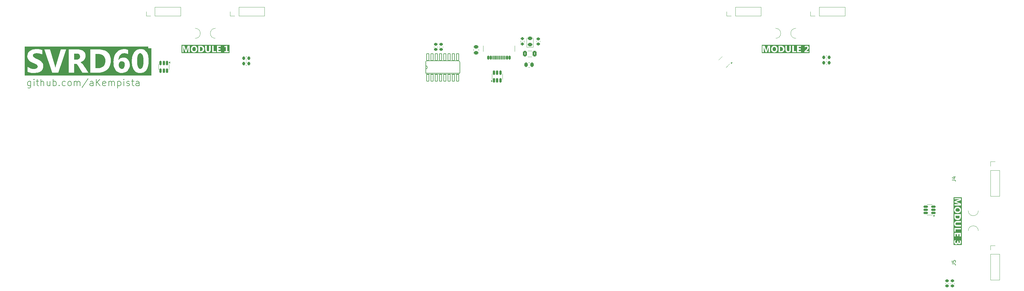
<source format=gto>
G04 #@! TF.GenerationSoftware,KiCad,Pcbnew,8.0.4*
G04 #@! TF.CreationDate,2025-02-27T13:51:43-05:00*
G04 #@! TF.ProjectId,CustomKeyboard,43757374-6f6d-44b6-9579-626f6172642e,rev?*
G04 #@! TF.SameCoordinates,Original*
G04 #@! TF.FileFunction,Legend,Top*
G04 #@! TF.FilePolarity,Positive*
%FSLAX46Y46*%
G04 Gerber Fmt 4.6, Leading zero omitted, Abs format (unit mm)*
G04 Created by KiCad (PCBNEW 8.0.4) date 2025-02-27 13:51:43*
%MOMM*%
%LPD*%
G01*
G04 APERTURE LIST*
G04 Aperture macros list*
%AMRoundRect*
0 Rectangle with rounded corners*
0 $1 Rounding radius*
0 $2 $3 $4 $5 $6 $7 $8 $9 X,Y pos of 4 corners*
0 Add a 4 corners polygon primitive as box body*
4,1,4,$2,$3,$4,$5,$6,$7,$8,$9,$2,$3,0*
0 Add four circle primitives for the rounded corners*
1,1,$1+$1,$2,$3*
1,1,$1+$1,$4,$5*
1,1,$1+$1,$6,$7*
1,1,$1+$1,$8,$9*
0 Add four rect primitives between the rounded corners*
20,1,$1+$1,$2,$3,$4,$5,0*
20,1,$1+$1,$4,$5,$6,$7,0*
20,1,$1+$1,$6,$7,$8,$9,0*
20,1,$1+$1,$8,$9,$2,$3,0*%
G04 Aperture macros list end*
%ADD10C,0.200000*%
%ADD11C,0.150000*%
%ADD12C,0.120000*%
%ADD13C,0.152400*%
%ADD14C,0.050800*%
%ADD15C,0.100000*%
%ADD16R,3.000000X1.500000*%
%ADD17R,1.500000X3.000000*%
%ADD18RoundRect,0.150000X-0.150000X0.512500X-0.150000X-0.512500X0.150000X-0.512500X0.150000X0.512500X0*%
%ADD19RoundRect,0.150000X0.512500X0.150000X-0.512500X0.150000X-0.512500X-0.150000X0.512500X-0.150000X0*%
%ADD20RoundRect,0.150000X0.256326X0.468458X-0.468458X-0.256326X-0.256326X-0.468458X0.468458X0.256326X0*%
%ADD21RoundRect,0.250000X-0.375000X-0.625000X0.375000X-0.625000X0.375000X0.625000X-0.375000X0.625000X0*%
%ADD22O,1.700000X1.700000*%
%ADD23R,1.700000X1.700000*%
%ADD24RoundRect,0.225000X0.250000X-0.225000X0.250000X0.225000X-0.250000X0.225000X-0.250000X-0.225000X0*%
%ADD25RoundRect,0.200000X-0.275000X0.200000X-0.275000X-0.200000X0.275000X-0.200000X0.275000X0.200000X0*%
%ADD26RoundRect,0.102000X-0.330200X-1.016000X0.330200X-1.016000X0.330200X1.016000X-0.330200X1.016000X0*%
%ADD27C,3.048000*%
%ADD28C,3.987800*%
%ADD29C,0.500000*%
%ADD30O,1.000000X1.800000*%
%ADD31O,1.000000X2.100000*%
%ADD32RoundRect,0.150000X0.150000X0.425000X-0.150000X0.425000X-0.150000X-0.425000X0.150000X-0.425000X0*%
%ADD33RoundRect,0.075000X0.075000X0.500000X-0.075000X0.500000X-0.075000X-0.500000X0.075000X-0.500000X0*%
%ADD34C,0.650000*%
%ADD35RoundRect,0.250000X-0.450000X0.262500X-0.450000X-0.262500X0.450000X-0.262500X0.450000X0.262500X0*%
%ADD36RoundRect,0.225000X-0.250000X0.225000X-0.250000X-0.225000X0.250000X-0.225000X0.250000X0.225000X0*%
%ADD37RoundRect,0.225000X-0.225000X-0.250000X0.225000X-0.250000X0.225000X0.250000X-0.225000X0.250000X0*%
%ADD38RoundRect,0.150000X0.150000X-0.512500X0.150000X0.512500X-0.150000X0.512500X-0.150000X-0.512500X0*%
%ADD39RoundRect,0.243750X0.456250X-0.243750X0.456250X0.243750X-0.456250X0.243750X-0.456250X-0.243750X0*%
%ADD40RoundRect,0.250000X0.262500X0.450000X-0.262500X0.450000X-0.262500X-0.450000X0.262500X-0.450000X0*%
%ADD41C,3.300000*%
%ADD42C,1.750000*%
G04 APERTURE END LIST*
D10*
G36*
X276213280Y-48145066D02*
G01*
X276308565Y-48177306D01*
X276391822Y-48231039D01*
X276463049Y-48306266D01*
X276507373Y-48375389D01*
X276547495Y-48468230D01*
X276575134Y-48574208D01*
X276588889Y-48675502D01*
X276593475Y-48786448D01*
X276591368Y-48858438D01*
X276580309Y-48958868D01*
X276555424Y-49064575D01*
X276517637Y-49157941D01*
X276458653Y-49249532D01*
X276385532Y-49322408D01*
X276300505Y-49374462D01*
X276203572Y-49405695D01*
X276094731Y-49416106D01*
X275988699Y-49405389D01*
X275893353Y-49373241D01*
X275808692Y-49319660D01*
X275734717Y-49244647D01*
X275688068Y-49175856D01*
X275645843Y-49084705D01*
X275616755Y-48981819D01*
X275602278Y-48884292D01*
X275597452Y-48778143D01*
X275600804Y-48690106D01*
X275613672Y-48591829D01*
X275640884Y-48487330D01*
X275681232Y-48393771D01*
X275734717Y-48311151D01*
X275743390Y-48300272D01*
X275819579Y-48225671D01*
X275907857Y-48173174D01*
X276008226Y-48142781D01*
X276105966Y-48134319D01*
X276213280Y-48145066D01*
G37*
G36*
X278125638Y-48169434D02*
G01*
X278223595Y-48184226D01*
X278326200Y-48215505D01*
X278416230Y-48261884D01*
X278493684Y-48323363D01*
X278540687Y-48375391D01*
X278593106Y-48457887D01*
X278629911Y-48551650D01*
X278651102Y-48656680D01*
X278656838Y-48755673D01*
X278652831Y-48843672D01*
X278637444Y-48941400D01*
X278604906Y-49044563D01*
X278556661Y-49136038D01*
X278492707Y-49215826D01*
X278438375Y-49264518D01*
X278352092Y-49318821D01*
X278253888Y-49356948D01*
X278143762Y-49378901D01*
X278039881Y-49384842D01*
X277820062Y-49384842D01*
X277820062Y-48165582D01*
X278036950Y-48165582D01*
X278125638Y-48169434D01*
G37*
G36*
X286617651Y-50013485D02*
G01*
X272352969Y-50013485D01*
X272352969Y-49760000D01*
X272575191Y-49760000D01*
X272975261Y-49760000D01*
X272975261Y-48670676D01*
X272974626Y-48585737D01*
X272972278Y-48480303D01*
X272968201Y-48368044D01*
X272963330Y-48266390D01*
X272957187Y-48159720D01*
X272969399Y-48159720D01*
X272984529Y-48236811D01*
X273006158Y-48339117D01*
X273031437Y-48434738D01*
X273501360Y-49760000D01*
X273863817Y-49760000D01*
X274325436Y-48421060D01*
X274343200Y-48361116D01*
X274366281Y-48263113D01*
X274386985Y-48159720D01*
X274398220Y-48159720D01*
X274397228Y-48174122D01*
X274391168Y-48272744D01*
X274386130Y-48380760D01*
X274383107Y-48483770D01*
X274382100Y-48581772D01*
X274382100Y-49760000D01*
X274820272Y-49760000D01*
X274820272Y-48800614D01*
X275130460Y-48800614D01*
X275134620Y-48908294D01*
X275147099Y-49010785D01*
X275167898Y-49108085D01*
X275205596Y-49222411D01*
X275256293Y-49328628D01*
X275319989Y-49426736D01*
X275396685Y-49516734D01*
X275465813Y-49581076D01*
X275559114Y-49649440D01*
X275660072Y-49704400D01*
X275768686Y-49745955D01*
X275884957Y-49774105D01*
X275983486Y-49786973D01*
X276086915Y-49791263D01*
X276192909Y-49786836D01*
X276293758Y-49773555D01*
X276389463Y-49751420D01*
X276501860Y-49711302D01*
X276606219Y-49657349D01*
X276702540Y-49589562D01*
X276790823Y-49507941D01*
X276823534Y-49471764D01*
X276888833Y-49384842D01*
X277376029Y-49384842D01*
X277376029Y-49760000D01*
X278074075Y-49760000D01*
X278190289Y-49755710D01*
X278300549Y-49742841D01*
X278404856Y-49721394D01*
X278503210Y-49691367D01*
X278595610Y-49652762D01*
X278682056Y-49605577D01*
X278762550Y-49549813D01*
X278837090Y-49485471D01*
X278871812Y-49450370D01*
X278948818Y-49356291D01*
X279011822Y-49253173D01*
X279052145Y-49164169D01*
X279083508Y-49069380D01*
X279105909Y-48968805D01*
X279111299Y-48926154D01*
X279415945Y-48926154D01*
X279419080Y-49030914D01*
X279435539Y-49175380D01*
X279466106Y-49304639D01*
X279510781Y-49418692D01*
X279569564Y-49517537D01*
X279642455Y-49601175D01*
X279729454Y-49669607D01*
X279830560Y-49722831D01*
X279945775Y-49760849D01*
X280075097Y-49783659D01*
X280218527Y-49791263D01*
X280269407Y-49790397D01*
X280412357Y-49777417D01*
X280490679Y-49760000D01*
X281463677Y-49760000D01*
X282637020Y-49760000D01*
X282893963Y-49760000D01*
X284075610Y-49760000D01*
X284075610Y-49406824D01*
X285079448Y-49406824D01*
X285079448Y-49760000D01*
X286376378Y-49760000D01*
X286376378Y-49384842D01*
X285576727Y-49384842D01*
X285576727Y-49376538D01*
X285982170Y-49016524D01*
X286007595Y-48993862D01*
X286101224Y-48903653D01*
X286181938Y-48814145D01*
X286249739Y-48725340D01*
X286304625Y-48637237D01*
X286355071Y-48528096D01*
X286385339Y-48420052D01*
X286395429Y-48313105D01*
X286394765Y-48281702D01*
X286381982Y-48178256D01*
X286352930Y-48084860D01*
X286299808Y-47990430D01*
X286225436Y-47909127D01*
X286157217Y-47858162D01*
X286065865Y-47812031D01*
X285961844Y-47780251D01*
X285862600Y-47764434D01*
X285754047Y-47759162D01*
X285713943Y-47759746D01*
X285596724Y-47768504D01*
X285484141Y-47787773D01*
X285376196Y-47817551D01*
X285272887Y-47857840D01*
X285174214Y-47908639D01*
X285174214Y-48290635D01*
X285261999Y-48226887D01*
X285351329Y-48176329D01*
X285442204Y-48138960D01*
X285550179Y-48112032D01*
X285660258Y-48103056D01*
X285695690Y-48104098D01*
X285801701Y-48124153D01*
X285888568Y-48178330D01*
X285938859Y-48265845D01*
X285952861Y-48369769D01*
X285951167Y-48407035D01*
X285928407Y-48508335D01*
X285883496Y-48598381D01*
X285859350Y-48633533D01*
X285796248Y-48711424D01*
X285722570Y-48790172D01*
X285643649Y-48867048D01*
X285079448Y-49406824D01*
X284075610Y-49406824D01*
X284075610Y-49384842D01*
X283337997Y-49384842D01*
X283337997Y-48947159D01*
X283982309Y-48947159D01*
X283982309Y-48572002D01*
X283337997Y-48572002D01*
X283337997Y-48165582D01*
X284030181Y-48165582D01*
X284030181Y-47790425D01*
X282893963Y-47790425D01*
X282893963Y-49760000D01*
X282637020Y-49760000D01*
X282637020Y-49384842D01*
X281907711Y-49384842D01*
X281907711Y-47790425D01*
X281463677Y-47790425D01*
X281463677Y-49760000D01*
X280490679Y-49760000D01*
X280540769Y-49748861D01*
X280654644Y-49704728D01*
X280753981Y-49645019D01*
X280838782Y-49569734D01*
X280909045Y-49478873D01*
X280964771Y-49372436D01*
X281005960Y-49250422D01*
X281032611Y-49112832D01*
X281042303Y-49012452D01*
X281045533Y-48905150D01*
X281045533Y-47790425D01*
X280601988Y-47790425D01*
X280601988Y-48953021D01*
X280601630Y-48981512D01*
X280593032Y-49086429D01*
X280566163Y-49197226D01*
X280521381Y-49285411D01*
X280443998Y-49361386D01*
X280340821Y-49404800D01*
X280235136Y-49416106D01*
X280189884Y-49414234D01*
X280089527Y-49393175D01*
X279993185Y-49337018D01*
X279923118Y-49247167D01*
X279884800Y-49146553D01*
X279867283Y-49049215D01*
X279861444Y-48936901D01*
X279861444Y-47790425D01*
X279415945Y-47790425D01*
X279415945Y-48926154D01*
X279111299Y-48926154D01*
X279119350Y-48862445D01*
X279123831Y-48750300D01*
X279122805Y-48691245D01*
X279114604Y-48578760D01*
X279098202Y-48473773D01*
X279073598Y-48376286D01*
X279021315Y-48244116D01*
X278950580Y-48128818D01*
X278861392Y-48030394D01*
X278753751Y-47948842D01*
X278627657Y-47884163D01*
X278533343Y-47850417D01*
X278430828Y-47824171D01*
X278320111Y-47805423D01*
X278201194Y-47794175D01*
X278074075Y-47790425D01*
X277376029Y-47790425D01*
X277376029Y-49384842D01*
X276888833Y-49384842D01*
X276896080Y-49375195D01*
X276955435Y-49269873D01*
X276993422Y-49179312D01*
X277022968Y-49083149D01*
X277044072Y-48981384D01*
X277056735Y-48874016D01*
X277060956Y-48761046D01*
X277056887Y-48651068D01*
X277044683Y-48546571D01*
X277024342Y-48447553D01*
X276987474Y-48331487D01*
X276937893Y-48223985D01*
X276875600Y-48125045D01*
X276800593Y-48034668D01*
X276732976Y-47970096D01*
X276641349Y-47901489D01*
X276541827Y-47846334D01*
X276434410Y-47804631D01*
X276319098Y-47776381D01*
X276221165Y-47763467D01*
X276118178Y-47759162D01*
X276009307Y-47763658D01*
X275905931Y-47777144D01*
X275808051Y-47799622D01*
X275693428Y-47840364D01*
X275587393Y-47895154D01*
X275489944Y-47963993D01*
X275401081Y-48046880D01*
X275368311Y-48083541D01*
X275295634Y-48181289D01*
X275236171Y-48287742D01*
X275198115Y-48379173D01*
X275168516Y-48476175D01*
X275147374Y-48578750D01*
X275134689Y-48686896D01*
X275131296Y-48778143D01*
X275130460Y-48800614D01*
X274820272Y-48800614D01*
X274820272Y-47790425D01*
X274186706Y-47790425D01*
X273784193Y-48954975D01*
X273756445Y-49043226D01*
X273729620Y-49141405D01*
X273706036Y-49239274D01*
X273697732Y-49239274D01*
X273681465Y-49151136D01*
X273657731Y-49054406D01*
X273627878Y-48957906D01*
X273225366Y-47790425D01*
X272575191Y-47790425D01*
X272575191Y-49760000D01*
X272352969Y-49760000D01*
X272352969Y-47536940D01*
X286617651Y-47536940D01*
X286617651Y-50013485D01*
G37*
G36*
X331334417Y-98686950D02*
G01*
X331330565Y-98775638D01*
X331315773Y-98873595D01*
X331284494Y-98976200D01*
X331238115Y-99066230D01*
X331176636Y-99143684D01*
X331124608Y-99190687D01*
X331042112Y-99243106D01*
X330948349Y-99279911D01*
X330843319Y-99301102D01*
X330744326Y-99306838D01*
X330656327Y-99302831D01*
X330558599Y-99287444D01*
X330455436Y-99254906D01*
X330363961Y-99206661D01*
X330284173Y-99142707D01*
X330235481Y-99088375D01*
X330181178Y-99002092D01*
X330143051Y-98903888D01*
X330121098Y-98793762D01*
X330115157Y-98689881D01*
X330115157Y-98470062D01*
X331334417Y-98470062D01*
X331334417Y-98686950D01*
G37*
G36*
X330809893Y-96250804D02*
G01*
X330908170Y-96263672D01*
X331012669Y-96290884D01*
X331106228Y-96331232D01*
X331188848Y-96384717D01*
X331199727Y-96393390D01*
X331274328Y-96469579D01*
X331326825Y-96557857D01*
X331357218Y-96658226D01*
X331365680Y-96755966D01*
X331354933Y-96863280D01*
X331322693Y-96958565D01*
X331268960Y-97041822D01*
X331193733Y-97113049D01*
X331124610Y-97157373D01*
X331031769Y-97197495D01*
X330925791Y-97225134D01*
X330824497Y-97238889D01*
X330713551Y-97243475D01*
X330641561Y-97241368D01*
X330541131Y-97230309D01*
X330435424Y-97205424D01*
X330342058Y-97167637D01*
X330250467Y-97108653D01*
X330177591Y-97035532D01*
X330125537Y-96950505D01*
X330094304Y-96853572D01*
X330083893Y-96744731D01*
X330094610Y-96638699D01*
X330126758Y-96543353D01*
X330180339Y-96458692D01*
X330255352Y-96384717D01*
X330324143Y-96338068D01*
X330415294Y-96295843D01*
X330518180Y-96266755D01*
X330615707Y-96252278D01*
X330721856Y-96247452D01*
X330809893Y-96250804D01*
G37*
G36*
X331963059Y-107259346D02*
G01*
X329486514Y-107259346D01*
X329486514Y-106277041D01*
X329708736Y-106277041D01*
X329710153Y-106342454D01*
X329718811Y-106445446D01*
X329739591Y-106559088D01*
X329771705Y-106661876D01*
X329815154Y-106753810D01*
X329869937Y-106834891D01*
X329923279Y-106893152D01*
X330007415Y-106958127D01*
X330102584Y-107003748D01*
X330208785Y-107030015D01*
X330308597Y-107037124D01*
X330331331Y-107036651D01*
X330438244Y-107020088D01*
X330533899Y-106979865D01*
X330618297Y-106915980D01*
X330662054Y-106867643D01*
X330714553Y-106783545D01*
X330751287Y-106685537D01*
X330770704Y-106586741D01*
X330777543Y-106586741D01*
X330783867Y-106610813D01*
X330823842Y-106719714D01*
X330877748Y-106809509D01*
X330945582Y-106880198D01*
X331045371Y-106939807D01*
X331143850Y-106968465D01*
X331256259Y-106978018D01*
X331358902Y-106967485D01*
X331451409Y-106935886D01*
X331533780Y-106883221D01*
X331606015Y-106809490D01*
X331651833Y-106741753D01*
X331693307Y-106650788D01*
X331721878Y-106546967D01*
X331736097Y-106447745D01*
X331740837Y-106339078D01*
X331739173Y-106271148D01*
X331728254Y-106157413D01*
X331707143Y-106050223D01*
X331675841Y-105949578D01*
X331634347Y-105855478D01*
X331271891Y-105855478D01*
X331326601Y-105949694D01*
X331365680Y-106045254D01*
X331389127Y-106142158D01*
X331396943Y-106240404D01*
X331386074Y-106355559D01*
X331347033Y-106452531D01*
X331269173Y-106517467D01*
X331169797Y-106535938D01*
X331087623Y-106522406D01*
X331004504Y-106462261D01*
X330956569Y-106370164D01*
X330933900Y-106261903D01*
X330927997Y-106151011D01*
X330927997Y-105987369D01*
X330584103Y-105987369D01*
X330584103Y-106164689D01*
X330584035Y-106177123D01*
X330577281Y-106281515D01*
X330556816Y-106381645D01*
X330514249Y-106479762D01*
X330495985Y-106506667D01*
X330417512Y-106572584D01*
X330316413Y-106594556D01*
X330301056Y-106594194D01*
X330199504Y-106568362D01*
X330121995Y-106501744D01*
X330088464Y-106443741D01*
X330060827Y-106348372D01*
X330052630Y-106242847D01*
X330055073Y-106177932D01*
X330071101Y-106069289D01*
X330102090Y-105966957D01*
X330148038Y-105870937D01*
X330208946Y-105781228D01*
X329812295Y-105781228D01*
X329777102Y-105856853D01*
X329745245Y-105955198D01*
X329723299Y-106064435D01*
X329712377Y-106166736D01*
X329708736Y-106277041D01*
X329486514Y-106277041D01*
X329486514Y-104725610D01*
X329740000Y-104725610D01*
X330115157Y-104725610D01*
X330115157Y-103987997D01*
X330552840Y-103987997D01*
X330552840Y-104632309D01*
X330927997Y-104632309D01*
X330927997Y-103987997D01*
X331334417Y-103987997D01*
X331334417Y-104680181D01*
X331709574Y-104680181D01*
X331709574Y-103543963D01*
X329740000Y-103543963D01*
X329740000Y-104725610D01*
X329486514Y-104725610D01*
X329486514Y-103287020D01*
X329740000Y-103287020D01*
X330115157Y-103287020D01*
X330115157Y-102557711D01*
X331709574Y-102557711D01*
X331709574Y-102113677D01*
X329740000Y-102113677D01*
X329740000Y-103287020D01*
X329486514Y-103287020D01*
X329486514Y-100868527D01*
X329708736Y-100868527D01*
X329709602Y-100919407D01*
X329722582Y-101062357D01*
X329751138Y-101190769D01*
X329795271Y-101304644D01*
X329854980Y-101403981D01*
X329930265Y-101488782D01*
X330021126Y-101559045D01*
X330127563Y-101614771D01*
X330249577Y-101655960D01*
X330387167Y-101682611D01*
X330487547Y-101692303D01*
X330594849Y-101695533D01*
X331709574Y-101695533D01*
X331709574Y-101251988D01*
X330546978Y-101251988D01*
X330518487Y-101251630D01*
X330413570Y-101243032D01*
X330302773Y-101216163D01*
X330214588Y-101171381D01*
X330138613Y-101093998D01*
X330095199Y-100990821D01*
X330083893Y-100885136D01*
X330085765Y-100839884D01*
X330106824Y-100739527D01*
X330162981Y-100643185D01*
X330252832Y-100573118D01*
X330353446Y-100534800D01*
X330450784Y-100517283D01*
X330563098Y-100511444D01*
X331709574Y-100511444D01*
X331709574Y-100065945D01*
X330573845Y-100065945D01*
X330469085Y-100069080D01*
X330324619Y-100085539D01*
X330195360Y-100116106D01*
X330081307Y-100160781D01*
X329982462Y-100219564D01*
X329898824Y-100292455D01*
X329830392Y-100379454D01*
X329777168Y-100480560D01*
X329739150Y-100595775D01*
X329716340Y-100725097D01*
X329708736Y-100868527D01*
X329486514Y-100868527D01*
X329486514Y-98689881D01*
X329740000Y-98689881D01*
X329740000Y-98724075D01*
X329744289Y-98840289D01*
X329757158Y-98950549D01*
X329778605Y-99054856D01*
X329808632Y-99153210D01*
X329847237Y-99245610D01*
X329894422Y-99332056D01*
X329950186Y-99412550D01*
X330014528Y-99487090D01*
X330049629Y-99521812D01*
X330143708Y-99598818D01*
X330246826Y-99661822D01*
X330335830Y-99702145D01*
X330430619Y-99733508D01*
X330531194Y-99755909D01*
X330637554Y-99769350D01*
X330749699Y-99773831D01*
X330808754Y-99772805D01*
X330921239Y-99764604D01*
X331026226Y-99748202D01*
X331123713Y-99723598D01*
X331255883Y-99671315D01*
X331371181Y-99600580D01*
X331469605Y-99511392D01*
X331551157Y-99403751D01*
X331615836Y-99277657D01*
X331649582Y-99183343D01*
X331675828Y-99080828D01*
X331694576Y-98970111D01*
X331705824Y-98851194D01*
X331709574Y-98724075D01*
X331709574Y-98026029D01*
X329740000Y-98026029D01*
X329740000Y-98689881D01*
X329486514Y-98689881D01*
X329486514Y-96736915D01*
X329708736Y-96736915D01*
X329709062Y-96744731D01*
X329713163Y-96842909D01*
X329726444Y-96943758D01*
X329748579Y-97039463D01*
X329788697Y-97151860D01*
X329842650Y-97256219D01*
X329910437Y-97352540D01*
X329992058Y-97440823D01*
X330028235Y-97473534D01*
X330124804Y-97546080D01*
X330230126Y-97605435D01*
X330320687Y-97643422D01*
X330416850Y-97672968D01*
X330518615Y-97694072D01*
X330625983Y-97706735D01*
X330738953Y-97710956D01*
X330848931Y-97706887D01*
X330953428Y-97694683D01*
X331052446Y-97674342D01*
X331168512Y-97637474D01*
X331276014Y-97587893D01*
X331374954Y-97525600D01*
X331465331Y-97450593D01*
X331529903Y-97382976D01*
X331598510Y-97291349D01*
X331653665Y-97191827D01*
X331695368Y-97084410D01*
X331723618Y-96969098D01*
X331736532Y-96871165D01*
X331740837Y-96768178D01*
X331736341Y-96659307D01*
X331722855Y-96555931D01*
X331700377Y-96458051D01*
X331659635Y-96343428D01*
X331604845Y-96237393D01*
X331536006Y-96139944D01*
X331453119Y-96051081D01*
X331416458Y-96018311D01*
X331318710Y-95945634D01*
X331212257Y-95886171D01*
X331120826Y-95848115D01*
X331023824Y-95818516D01*
X330921250Y-95797374D01*
X330813103Y-95784689D01*
X330699385Y-95780460D01*
X330591705Y-95784620D01*
X330489214Y-95797099D01*
X330391914Y-95817898D01*
X330277588Y-95855596D01*
X330171371Y-95906293D01*
X330073263Y-95969989D01*
X329983265Y-96046685D01*
X329918923Y-96115813D01*
X329850559Y-96209114D01*
X329795599Y-96310072D01*
X329754044Y-96418686D01*
X329725894Y-96534957D01*
X329713026Y-96633486D01*
X329708736Y-96736915D01*
X329486514Y-96736915D01*
X329486514Y-93625261D01*
X329740000Y-93625261D01*
X330829323Y-93625261D01*
X330914262Y-93624626D01*
X331019696Y-93622278D01*
X331131955Y-93618201D01*
X331233609Y-93613330D01*
X331340279Y-93607187D01*
X331340279Y-93619399D01*
X331263188Y-93634529D01*
X331160882Y-93656158D01*
X331065261Y-93681437D01*
X329740000Y-94151360D01*
X329740000Y-94513817D01*
X331078939Y-94975436D01*
X331138883Y-94993200D01*
X331236886Y-95016281D01*
X331340279Y-95036985D01*
X331340279Y-95048220D01*
X331325877Y-95047228D01*
X331227255Y-95041168D01*
X331119239Y-95036130D01*
X331016229Y-95033107D01*
X330918227Y-95032100D01*
X329740000Y-95032100D01*
X329740000Y-95470272D01*
X331709574Y-95470272D01*
X331709574Y-94836706D01*
X330545024Y-94434193D01*
X330456773Y-94406445D01*
X330358594Y-94379620D01*
X330260725Y-94356036D01*
X330260725Y-94347732D01*
X330348863Y-94331465D01*
X330445593Y-94307731D01*
X330542093Y-94277878D01*
X331709574Y-93875366D01*
X331709574Y-93225191D01*
X329740000Y-93225191D01*
X329740000Y-93625261D01*
X329486514Y-93625261D01*
X329486514Y-93002969D01*
X331963059Y-93002969D01*
X331963059Y-107259346D01*
G37*
G36*
X81743602Y-52427858D02*
G01*
X82098899Y-52551090D01*
X82340501Y-52815159D01*
X82458637Y-53161749D01*
X82490614Y-53544648D01*
X82481958Y-53733283D01*
X82412715Y-54069079D01*
X82244417Y-54390950D01*
X82213215Y-54430286D01*
X81938327Y-54644416D01*
X81591311Y-54715793D01*
X81514230Y-54712607D01*
X81172548Y-54601109D01*
X80919399Y-54353336D01*
X80821471Y-54186896D01*
X80703416Y-53840025D01*
X80668073Y-53476260D01*
X80670252Y-53390844D01*
X80738039Y-53030778D01*
X80915980Y-52715444D01*
X80931639Y-52697141D01*
X81227150Y-52483322D01*
X81581053Y-52417956D01*
X81743602Y-52427858D01*
G37*
G36*
X87499026Y-50123271D02*
G01*
X87737048Y-50398961D01*
X87885812Y-50755059D01*
X87972366Y-51122644D01*
X88030068Y-51563747D01*
X88054411Y-51942820D01*
X88062526Y-52363245D01*
X88054246Y-52783671D01*
X88029407Y-53162744D01*
X87970529Y-53603846D01*
X87882212Y-53971432D01*
X87730418Y-54327530D01*
X87487547Y-54603219D01*
X87120481Y-54715793D01*
X86744088Y-54606574D01*
X86495046Y-54339099D01*
X86339395Y-53993611D01*
X86248835Y-53636979D01*
X86188461Y-53209019D01*
X86162991Y-52841242D01*
X86154501Y-52433343D01*
X86155462Y-52284294D01*
X86169888Y-51865536D01*
X86201624Y-51489363D01*
X86270867Y-51054044D01*
X86370884Y-50694433D01*
X86539183Y-50351383D01*
X86804614Y-50095869D01*
X87139288Y-50010698D01*
X87499026Y-50123271D01*
G37*
G36*
X68196928Y-50123545D02*
G01*
X68589028Y-50189497D01*
X68910318Y-50367653D01*
X69096328Y-50655444D01*
X69148115Y-50997195D01*
X69145411Y-51074547D01*
X69050743Y-51425695D01*
X68840369Y-51699882D01*
X68719976Y-51795171D01*
X68385295Y-51940843D01*
X68038520Y-51980273D01*
X67364898Y-51980273D01*
X67364898Y-50120119D01*
X68065875Y-50120119D01*
X68196928Y-50123545D01*
G37*
G36*
X74828692Y-50243022D02*
G01*
X75171540Y-50294794D01*
X75530659Y-50404270D01*
X75845763Y-50566596D01*
X76116852Y-50781773D01*
X76281361Y-50963871D01*
X76464830Y-51252608D01*
X76593648Y-51580779D01*
X76667816Y-51948383D01*
X76687892Y-52294857D01*
X76673867Y-52602854D01*
X76620012Y-52944901D01*
X76506130Y-53305971D01*
X76337270Y-53626136D01*
X76113433Y-53905395D01*
X75923270Y-54075814D01*
X75621280Y-54265874D01*
X75277565Y-54399321D01*
X74892126Y-54476154D01*
X74528541Y-54496951D01*
X73759176Y-54496951D01*
X73759176Y-50229540D01*
X74518283Y-50229540D01*
X74828692Y-50243022D01*
G37*
G36*
X90389292Y-56697199D02*
G01*
X52665034Y-56697199D01*
X52665034Y-50850161D01*
X53442812Y-50850161D01*
X53452496Y-51059524D01*
X53518733Y-51411764D01*
X53647722Y-51732358D01*
X53839462Y-52021305D01*
X54095036Y-52281702D01*
X54376709Y-52493411D01*
X54709673Y-52686527D01*
X55043091Y-52840252D01*
X55312836Y-52952965D01*
X55634647Y-53094997D01*
X55799172Y-53174004D01*
X56108234Y-53354871D01*
X56180242Y-53405782D01*
X56422819Y-53647230D01*
X56443596Y-53677113D01*
X56539078Y-54006267D01*
X56467271Y-54288368D01*
X56248429Y-54512338D01*
X56210549Y-54535633D01*
X55882554Y-54662792D01*
X55723413Y-54692967D01*
X55371353Y-54715793D01*
X55059266Y-54699764D01*
X54718285Y-54645107D01*
X54379727Y-54551661D01*
X54080964Y-54433051D01*
X53768137Y-54265554D01*
X53471877Y-54059268D01*
X53471877Y-55546707D01*
X53693310Y-55644094D01*
X54022213Y-55750804D01*
X54357501Y-55825388D01*
X54716592Y-55878924D01*
X55088612Y-55910238D01*
X55438032Y-55919421D01*
X55777834Y-55909070D01*
X56139276Y-55873770D01*
X56487787Y-55813420D01*
X56699563Y-55761166D01*
X57035199Y-55640752D01*
X57359734Y-55466351D01*
X57495255Y-55370140D01*
X57750942Y-55126217D01*
X57954710Y-54833762D01*
X58079304Y-54542772D01*
X58152180Y-54208145D01*
X58173551Y-53866072D01*
X58173430Y-53840101D01*
X58142349Y-53474978D01*
X58048743Y-53136030D01*
X57907317Y-52856509D01*
X57687997Y-52576958D01*
X57673159Y-52561622D01*
X57410773Y-52330332D01*
X57122086Y-52137565D01*
X57017417Y-52077200D01*
X56702138Y-51913950D01*
X56380076Y-51769980D01*
X56161769Y-51677576D01*
X55836392Y-51528912D01*
X55721094Y-51469714D01*
X55427773Y-51289554D01*
X55407123Y-51274113D01*
X55167899Y-51029679D01*
X55077285Y-50720224D01*
X55159351Y-50429575D01*
X55390160Y-50207314D01*
X55428388Y-50184473D01*
X55754326Y-50061989D01*
X55894708Y-50034941D01*
X56236461Y-50010698D01*
X56296844Y-50011366D01*
X56641660Y-50038054D01*
X56735908Y-50050664D01*
X57072505Y-50118409D01*
X57166845Y-50143736D01*
X57493091Y-50256895D01*
X57556412Y-50283208D01*
X57870935Y-50448382D01*
X57870935Y-49061815D01*
X57804632Y-49038053D01*
X57455538Y-48937274D01*
X57346176Y-48916490D01*
X58539427Y-48916490D01*
X60885136Y-55810001D01*
X62646127Y-55810001D01*
X63965445Y-51980273D01*
X65810781Y-51980273D01*
X65810781Y-55810001D01*
X67364898Y-55810001D01*
X67364898Y-53183901D01*
X67783775Y-53183901D01*
X68048778Y-53243741D01*
X68284717Y-53416421D01*
X68508688Y-53686553D01*
X68550662Y-53747101D01*
X68739497Y-54045590D01*
X69811479Y-55810001D01*
X71596406Y-55810001D01*
X70754197Y-54496951D01*
X72205059Y-54496951D01*
X72205059Y-55810001D01*
X74648220Y-55810001D01*
X75054968Y-55794987D01*
X75440880Y-55749947D01*
X75805954Y-55674881D01*
X76150191Y-55569788D01*
X76473592Y-55434668D01*
X76776155Y-55269522D01*
X77057882Y-55074349D01*
X77318771Y-54849149D01*
X77440300Y-54726298D01*
X77709820Y-54397022D01*
X77930336Y-54036107D01*
X78071467Y-53724594D01*
X78181235Y-53392832D01*
X78259641Y-53040821D01*
X78299463Y-52725702D01*
X79119085Y-52725702D01*
X79121637Y-52912413D01*
X79142046Y-53270008D01*
X79168840Y-53476260D01*
X79196259Y-53687323D01*
X79282362Y-54071663D01*
X79400354Y-54423028D01*
X79550237Y-54741418D01*
X79772191Y-55079959D01*
X79899446Y-55229980D01*
X80180826Y-55485754D01*
X80498028Y-55682503D01*
X80851055Y-55820227D01*
X81239905Y-55898927D01*
X81591311Y-55919421D01*
X81719612Y-55916710D01*
X82087445Y-55876038D01*
X82429672Y-55786559D01*
X82746294Y-55648274D01*
X83037310Y-55461182D01*
X83302721Y-55225283D01*
X83384292Y-55137133D01*
X83597431Y-54856095D01*
X83763205Y-54550172D01*
X83881615Y-54219365D01*
X83952661Y-53863674D01*
X83976343Y-53483099D01*
X83971880Y-53303741D01*
X83926755Y-52911418D01*
X83833034Y-52555747D01*
X83795208Y-52470957D01*
X84610642Y-52470957D01*
X84620259Y-52888544D01*
X84649110Y-53279190D01*
X84697195Y-53642896D01*
X84764515Y-53979660D01*
X84901558Y-54434291D01*
X85081878Y-54828305D01*
X85305474Y-55161702D01*
X85572348Y-55434481D01*
X85882498Y-55646642D01*
X86235925Y-55798186D01*
X86632629Y-55889113D01*
X87072609Y-55919421D01*
X87370177Y-55904889D01*
X87717118Y-55845851D01*
X88096751Y-55715059D01*
X88436354Y-55518871D01*
X88735925Y-55257287D01*
X88954989Y-54989345D01*
X88995381Y-54930418D01*
X89178105Y-54611895D01*
X89328772Y-54253551D01*
X89447383Y-53855386D01*
X89519190Y-53508183D01*
X89570481Y-53135496D01*
X89601256Y-52737322D01*
X89611514Y-52313664D01*
X89602124Y-51889037D01*
X89573954Y-51491806D01*
X89527004Y-51121970D01*
X89461274Y-50779529D01*
X89327467Y-50317234D01*
X89151404Y-49916578D01*
X88933087Y-49577562D01*
X88672515Y-49300184D01*
X88369687Y-49084447D01*
X88024605Y-48930348D01*
X87637268Y-48837889D01*
X87207676Y-48807070D01*
X86826917Y-48829985D01*
X86475376Y-48898732D01*
X86153055Y-49013310D01*
X85804837Y-49211302D01*
X85498694Y-49475290D01*
X85275715Y-49745695D01*
X85234797Y-49805084D01*
X85049694Y-50126971D01*
X84897065Y-50490433D01*
X84776910Y-50895468D01*
X84704167Y-51249429D01*
X84652209Y-51629998D01*
X84621033Y-52037174D01*
X84611543Y-52433343D01*
X84610642Y-52470957D01*
X83795208Y-52470957D01*
X83690716Y-52236728D01*
X83468562Y-51917014D01*
X83436580Y-51880514D01*
X83155361Y-51630230D01*
X82829049Y-51454104D01*
X82457643Y-51352137D01*
X82095673Y-51323748D01*
X81865131Y-51334674D01*
X81495879Y-51406376D01*
X81170151Y-51545000D01*
X80887947Y-51750547D01*
X80649267Y-52023015D01*
X80620202Y-52023015D01*
X80624309Y-51909701D01*
X80666349Y-51535926D01*
X80751421Y-51197658D01*
X80901341Y-50854542D01*
X81107466Y-50557802D01*
X81327236Y-50344624D01*
X81651151Y-50147474D01*
X81978131Y-50044892D01*
X82341870Y-50010698D01*
X82418866Y-50011981D01*
X82792830Y-50056860D01*
X83148427Y-50165854D01*
X83485659Y-50338961D01*
X83485659Y-49025911D01*
X83338598Y-48962866D01*
X82992384Y-48868832D01*
X82621406Y-48820747D01*
X82244417Y-48807070D01*
X82066394Y-48811237D01*
X81641908Y-48858120D01*
X81246807Y-48957096D01*
X80881091Y-49108164D01*
X80544761Y-49311324D01*
X80237817Y-49566577D01*
X79960258Y-49873922D01*
X79763108Y-50151855D01*
X79592245Y-50452228D01*
X79447668Y-50775041D01*
X79329378Y-51120294D01*
X79237375Y-51487986D01*
X79171659Y-51878118D01*
X79132229Y-52290690D01*
X79119085Y-52725702D01*
X78299463Y-52725702D01*
X78306684Y-52668560D01*
X78322365Y-52276051D01*
X78318777Y-52069359D01*
X78290073Y-51675661D01*
X78232664Y-51308209D01*
X78146552Y-50967003D01*
X77963562Y-50504408D01*
X77715988Y-50100867D01*
X77403829Y-49756380D01*
X77027085Y-49470949D01*
X76585757Y-49244572D01*
X76255659Y-49126463D01*
X75896855Y-49034600D01*
X75509348Y-48968984D01*
X75093136Y-48929614D01*
X74648220Y-48916490D01*
X72205059Y-48916490D01*
X72205059Y-54496951D01*
X70754197Y-54496951D01*
X70293614Y-53778877D01*
X70268049Y-53739420D01*
X70069644Y-53455744D01*
X70038682Y-53414631D01*
X69811479Y-53146288D01*
X69794763Y-53128476D01*
X69532798Y-52894962D01*
X69235310Y-52739379D01*
X69235310Y-52720573D01*
X69549618Y-52609100D01*
X69871318Y-52441892D01*
X70106282Y-52272050D01*
X70360293Y-52016176D01*
X70519148Y-51789301D01*
X70671458Y-51463943D01*
X70754806Y-51144229D01*
X70782588Y-50797160D01*
X70760529Y-50461064D01*
X70662489Y-50064360D01*
X70486016Y-49726427D01*
X70231110Y-49447265D01*
X69897772Y-49226874D01*
X69486001Y-49065254D01*
X69125702Y-48982608D01*
X68721285Y-48933020D01*
X68272749Y-48916490D01*
X65810781Y-48916490D01*
X65810781Y-51980273D01*
X63965445Y-51980273D01*
X65020900Y-48916490D01*
X63394975Y-48916490D01*
X61967376Y-53695102D01*
X61877641Y-54041842D01*
X61818632Y-54401208D01*
X61789567Y-54401208D01*
X61738561Y-54059071D01*
X61651081Y-53713908D01*
X60213224Y-48916490D01*
X58539427Y-48916490D01*
X57346176Y-48916490D01*
X57103279Y-48870328D01*
X56859847Y-48839749D01*
X56504978Y-48814545D01*
X56149267Y-48807070D01*
X55812837Y-48818590D01*
X55455491Y-48857875D01*
X55111479Y-48925039D01*
X54902450Y-48982284D01*
X54570381Y-49110111D01*
X54248080Y-49290915D01*
X54113782Y-49389329D01*
X53860331Y-49635553D01*
X53658234Y-49926923D01*
X53554099Y-50156170D01*
X53468267Y-50498858D01*
X53442812Y-50850161D01*
X52665034Y-50850161D01*
X52665034Y-48029292D01*
X90389292Y-48029292D01*
X90389292Y-56697199D01*
G37*
X54464911Y-58411504D02*
X54464911Y-60030552D01*
X54464911Y-60030552D02*
X54369673Y-60221028D01*
X54369673Y-60221028D02*
X54274435Y-60316266D01*
X54274435Y-60316266D02*
X54083958Y-60411504D01*
X54083958Y-60411504D02*
X53798244Y-60411504D01*
X53798244Y-60411504D02*
X53607768Y-60316266D01*
X54464911Y-59649600D02*
X54274435Y-59744838D01*
X54274435Y-59744838D02*
X53893482Y-59744838D01*
X53893482Y-59744838D02*
X53703006Y-59649600D01*
X53703006Y-59649600D02*
X53607768Y-59554361D01*
X53607768Y-59554361D02*
X53512530Y-59363885D01*
X53512530Y-59363885D02*
X53512530Y-58792457D01*
X53512530Y-58792457D02*
X53607768Y-58601980D01*
X53607768Y-58601980D02*
X53703006Y-58506742D01*
X53703006Y-58506742D02*
X53893482Y-58411504D01*
X53893482Y-58411504D02*
X54274435Y-58411504D01*
X54274435Y-58411504D02*
X54464911Y-58506742D01*
X55417292Y-59744838D02*
X55417292Y-58411504D01*
X55417292Y-57744838D02*
X55322054Y-57840076D01*
X55322054Y-57840076D02*
X55417292Y-57935314D01*
X55417292Y-57935314D02*
X55512530Y-57840076D01*
X55512530Y-57840076D02*
X55417292Y-57744838D01*
X55417292Y-57744838D02*
X55417292Y-57935314D01*
X56083959Y-58411504D02*
X56845863Y-58411504D01*
X56369673Y-57744838D02*
X56369673Y-59459123D01*
X56369673Y-59459123D02*
X56464911Y-59649600D01*
X56464911Y-59649600D02*
X56655387Y-59744838D01*
X56655387Y-59744838D02*
X56845863Y-59744838D01*
X57512530Y-59744838D02*
X57512530Y-57744838D01*
X58369673Y-59744838D02*
X58369673Y-58697219D01*
X58369673Y-58697219D02*
X58274435Y-58506742D01*
X58274435Y-58506742D02*
X58083959Y-58411504D01*
X58083959Y-58411504D02*
X57798244Y-58411504D01*
X57798244Y-58411504D02*
X57607768Y-58506742D01*
X57607768Y-58506742D02*
X57512530Y-58601980D01*
X60179197Y-58411504D02*
X60179197Y-59744838D01*
X59322054Y-58411504D02*
X59322054Y-59459123D01*
X59322054Y-59459123D02*
X59417292Y-59649600D01*
X59417292Y-59649600D02*
X59607768Y-59744838D01*
X59607768Y-59744838D02*
X59893483Y-59744838D01*
X59893483Y-59744838D02*
X60083959Y-59649600D01*
X60083959Y-59649600D02*
X60179197Y-59554361D01*
X61131578Y-59744838D02*
X61131578Y-57744838D01*
X61131578Y-58506742D02*
X61322054Y-58411504D01*
X61322054Y-58411504D02*
X61703007Y-58411504D01*
X61703007Y-58411504D02*
X61893483Y-58506742D01*
X61893483Y-58506742D02*
X61988721Y-58601980D01*
X61988721Y-58601980D02*
X62083959Y-58792457D01*
X62083959Y-58792457D02*
X62083959Y-59363885D01*
X62083959Y-59363885D02*
X61988721Y-59554361D01*
X61988721Y-59554361D02*
X61893483Y-59649600D01*
X61893483Y-59649600D02*
X61703007Y-59744838D01*
X61703007Y-59744838D02*
X61322054Y-59744838D01*
X61322054Y-59744838D02*
X61131578Y-59649600D01*
X62941102Y-59554361D02*
X63036340Y-59649600D01*
X63036340Y-59649600D02*
X62941102Y-59744838D01*
X62941102Y-59744838D02*
X62845864Y-59649600D01*
X62845864Y-59649600D02*
X62941102Y-59554361D01*
X62941102Y-59554361D02*
X62941102Y-59744838D01*
X64750626Y-59649600D02*
X64560150Y-59744838D01*
X64560150Y-59744838D02*
X64179197Y-59744838D01*
X64179197Y-59744838D02*
X63988721Y-59649600D01*
X63988721Y-59649600D02*
X63893483Y-59554361D01*
X63893483Y-59554361D02*
X63798245Y-59363885D01*
X63798245Y-59363885D02*
X63798245Y-58792457D01*
X63798245Y-58792457D02*
X63893483Y-58601980D01*
X63893483Y-58601980D02*
X63988721Y-58506742D01*
X63988721Y-58506742D02*
X64179197Y-58411504D01*
X64179197Y-58411504D02*
X64560150Y-58411504D01*
X64560150Y-58411504D02*
X64750626Y-58506742D01*
X65893483Y-59744838D02*
X65703007Y-59649600D01*
X65703007Y-59649600D02*
X65607769Y-59554361D01*
X65607769Y-59554361D02*
X65512531Y-59363885D01*
X65512531Y-59363885D02*
X65512531Y-58792457D01*
X65512531Y-58792457D02*
X65607769Y-58601980D01*
X65607769Y-58601980D02*
X65703007Y-58506742D01*
X65703007Y-58506742D02*
X65893483Y-58411504D01*
X65893483Y-58411504D02*
X66179198Y-58411504D01*
X66179198Y-58411504D02*
X66369674Y-58506742D01*
X66369674Y-58506742D02*
X66464912Y-58601980D01*
X66464912Y-58601980D02*
X66560150Y-58792457D01*
X66560150Y-58792457D02*
X66560150Y-59363885D01*
X66560150Y-59363885D02*
X66464912Y-59554361D01*
X66464912Y-59554361D02*
X66369674Y-59649600D01*
X66369674Y-59649600D02*
X66179198Y-59744838D01*
X66179198Y-59744838D02*
X65893483Y-59744838D01*
X67417293Y-59744838D02*
X67417293Y-58411504D01*
X67417293Y-58601980D02*
X67512531Y-58506742D01*
X67512531Y-58506742D02*
X67703007Y-58411504D01*
X67703007Y-58411504D02*
X67988722Y-58411504D01*
X67988722Y-58411504D02*
X68179198Y-58506742D01*
X68179198Y-58506742D02*
X68274436Y-58697219D01*
X68274436Y-58697219D02*
X68274436Y-59744838D01*
X68274436Y-58697219D02*
X68369674Y-58506742D01*
X68369674Y-58506742D02*
X68560150Y-58411504D01*
X68560150Y-58411504D02*
X68845864Y-58411504D01*
X68845864Y-58411504D02*
X69036341Y-58506742D01*
X69036341Y-58506742D02*
X69131579Y-58697219D01*
X69131579Y-58697219D02*
X69131579Y-59744838D01*
X71512531Y-57649600D02*
X69798246Y-60221028D01*
X73036341Y-59744838D02*
X73036341Y-58697219D01*
X73036341Y-58697219D02*
X72941103Y-58506742D01*
X72941103Y-58506742D02*
X72750627Y-58411504D01*
X72750627Y-58411504D02*
X72369674Y-58411504D01*
X72369674Y-58411504D02*
X72179198Y-58506742D01*
X73036341Y-59649600D02*
X72845865Y-59744838D01*
X72845865Y-59744838D02*
X72369674Y-59744838D01*
X72369674Y-59744838D02*
X72179198Y-59649600D01*
X72179198Y-59649600D02*
X72083960Y-59459123D01*
X72083960Y-59459123D02*
X72083960Y-59268647D01*
X72083960Y-59268647D02*
X72179198Y-59078171D01*
X72179198Y-59078171D02*
X72369674Y-58982933D01*
X72369674Y-58982933D02*
X72845865Y-58982933D01*
X72845865Y-58982933D02*
X73036341Y-58887695D01*
X73988722Y-59744838D02*
X73988722Y-57744838D01*
X75131579Y-59744838D02*
X74274436Y-58601980D01*
X75131579Y-57744838D02*
X73988722Y-58887695D01*
X76750627Y-59649600D02*
X76560151Y-59744838D01*
X76560151Y-59744838D02*
X76179198Y-59744838D01*
X76179198Y-59744838D02*
X75988722Y-59649600D01*
X75988722Y-59649600D02*
X75893484Y-59459123D01*
X75893484Y-59459123D02*
X75893484Y-58697219D01*
X75893484Y-58697219D02*
X75988722Y-58506742D01*
X75988722Y-58506742D02*
X76179198Y-58411504D01*
X76179198Y-58411504D02*
X76560151Y-58411504D01*
X76560151Y-58411504D02*
X76750627Y-58506742D01*
X76750627Y-58506742D02*
X76845865Y-58697219D01*
X76845865Y-58697219D02*
X76845865Y-58887695D01*
X76845865Y-58887695D02*
X75893484Y-59078171D01*
X77703008Y-59744838D02*
X77703008Y-58411504D01*
X77703008Y-58601980D02*
X77798246Y-58506742D01*
X77798246Y-58506742D02*
X77988722Y-58411504D01*
X77988722Y-58411504D02*
X78274437Y-58411504D01*
X78274437Y-58411504D02*
X78464913Y-58506742D01*
X78464913Y-58506742D02*
X78560151Y-58697219D01*
X78560151Y-58697219D02*
X78560151Y-59744838D01*
X78560151Y-58697219D02*
X78655389Y-58506742D01*
X78655389Y-58506742D02*
X78845865Y-58411504D01*
X78845865Y-58411504D02*
X79131579Y-58411504D01*
X79131579Y-58411504D02*
X79322056Y-58506742D01*
X79322056Y-58506742D02*
X79417294Y-58697219D01*
X79417294Y-58697219D02*
X79417294Y-59744838D01*
X80369675Y-58411504D02*
X80369675Y-60411504D01*
X80369675Y-58506742D02*
X80560151Y-58411504D01*
X80560151Y-58411504D02*
X80941104Y-58411504D01*
X80941104Y-58411504D02*
X81131580Y-58506742D01*
X81131580Y-58506742D02*
X81226818Y-58601980D01*
X81226818Y-58601980D02*
X81322056Y-58792457D01*
X81322056Y-58792457D02*
X81322056Y-59363885D01*
X81322056Y-59363885D02*
X81226818Y-59554361D01*
X81226818Y-59554361D02*
X81131580Y-59649600D01*
X81131580Y-59649600D02*
X80941104Y-59744838D01*
X80941104Y-59744838D02*
X80560151Y-59744838D01*
X80560151Y-59744838D02*
X80369675Y-59649600D01*
X82179199Y-59744838D02*
X82179199Y-58411504D01*
X82179199Y-57744838D02*
X82083961Y-57840076D01*
X82083961Y-57840076D02*
X82179199Y-57935314D01*
X82179199Y-57935314D02*
X82274437Y-57840076D01*
X82274437Y-57840076D02*
X82179199Y-57744838D01*
X82179199Y-57744838D02*
X82179199Y-57935314D01*
X83036342Y-59649600D02*
X83226818Y-59744838D01*
X83226818Y-59744838D02*
X83607770Y-59744838D01*
X83607770Y-59744838D02*
X83798247Y-59649600D01*
X83798247Y-59649600D02*
X83893485Y-59459123D01*
X83893485Y-59459123D02*
X83893485Y-59363885D01*
X83893485Y-59363885D02*
X83798247Y-59173409D01*
X83798247Y-59173409D02*
X83607770Y-59078171D01*
X83607770Y-59078171D02*
X83322056Y-59078171D01*
X83322056Y-59078171D02*
X83131580Y-58982933D01*
X83131580Y-58982933D02*
X83036342Y-58792457D01*
X83036342Y-58792457D02*
X83036342Y-58697219D01*
X83036342Y-58697219D02*
X83131580Y-58506742D01*
X83131580Y-58506742D02*
X83322056Y-58411504D01*
X83322056Y-58411504D02*
X83607770Y-58411504D01*
X83607770Y-58411504D02*
X83798247Y-58506742D01*
X84464914Y-58411504D02*
X85226818Y-58411504D01*
X84750628Y-57744838D02*
X84750628Y-59459123D01*
X84750628Y-59459123D02*
X84845866Y-59649600D01*
X84845866Y-59649600D02*
X85036342Y-59744838D01*
X85036342Y-59744838D02*
X85226818Y-59744838D01*
X86750628Y-59744838D02*
X86750628Y-58697219D01*
X86750628Y-58697219D02*
X86655390Y-58506742D01*
X86655390Y-58506742D02*
X86464914Y-58411504D01*
X86464914Y-58411504D02*
X86083961Y-58411504D01*
X86083961Y-58411504D02*
X85893485Y-58506742D01*
X86750628Y-59649600D02*
X86560152Y-59744838D01*
X86560152Y-59744838D02*
X86083961Y-59744838D01*
X86083961Y-59744838D02*
X85893485Y-59649600D01*
X85893485Y-59649600D02*
X85798247Y-59459123D01*
X85798247Y-59459123D02*
X85798247Y-59268647D01*
X85798247Y-59268647D02*
X85893485Y-59078171D01*
X85893485Y-59078171D02*
X86083961Y-58982933D01*
X86083961Y-58982933D02*
X86560152Y-58982933D01*
X86560152Y-58982933D02*
X86750628Y-58887695D01*
G36*
X103263280Y-48145066D02*
G01*
X103358565Y-48177306D01*
X103441822Y-48231039D01*
X103513049Y-48306266D01*
X103557373Y-48375389D01*
X103597495Y-48468230D01*
X103625134Y-48574208D01*
X103638889Y-48675502D01*
X103643475Y-48786448D01*
X103641368Y-48858438D01*
X103630309Y-48958868D01*
X103605424Y-49064575D01*
X103567637Y-49157941D01*
X103508653Y-49249532D01*
X103435532Y-49322408D01*
X103350505Y-49374462D01*
X103253572Y-49405695D01*
X103144731Y-49416106D01*
X103038699Y-49405389D01*
X102943353Y-49373241D01*
X102858692Y-49319660D01*
X102784717Y-49244647D01*
X102738068Y-49175856D01*
X102695843Y-49084705D01*
X102666755Y-48981819D01*
X102652278Y-48884292D01*
X102647452Y-48778143D01*
X102650804Y-48690106D01*
X102663672Y-48591829D01*
X102690884Y-48487330D01*
X102731232Y-48393771D01*
X102784717Y-48311151D01*
X102793390Y-48300272D01*
X102869579Y-48225671D01*
X102957857Y-48173174D01*
X103058226Y-48142781D01*
X103155966Y-48134319D01*
X103263280Y-48145066D01*
G37*
G36*
X105175638Y-48169434D02*
G01*
X105273595Y-48184226D01*
X105376200Y-48215505D01*
X105466230Y-48261884D01*
X105543684Y-48323363D01*
X105590687Y-48375391D01*
X105643106Y-48457887D01*
X105679911Y-48551650D01*
X105701102Y-48656680D01*
X105706838Y-48755673D01*
X105702831Y-48843672D01*
X105687444Y-48941400D01*
X105654906Y-49044563D01*
X105606661Y-49136038D01*
X105542707Y-49215826D01*
X105488375Y-49264518D01*
X105402092Y-49318821D01*
X105303888Y-49356948D01*
X105193762Y-49378901D01*
X105089881Y-49384842D01*
X104870062Y-49384842D01*
X104870062Y-48165582D01*
X105086950Y-48165582D01*
X105175638Y-48169434D01*
G37*
G36*
X113681328Y-50013485D02*
G01*
X99402969Y-50013485D01*
X99402969Y-49760000D01*
X99625191Y-49760000D01*
X100025261Y-49760000D01*
X100025261Y-48670676D01*
X100024626Y-48585737D01*
X100022278Y-48480303D01*
X100018201Y-48368044D01*
X100013330Y-48266390D01*
X100007187Y-48159720D01*
X100019399Y-48159720D01*
X100034529Y-48236811D01*
X100056158Y-48339117D01*
X100081437Y-48434738D01*
X100551360Y-49760000D01*
X100913817Y-49760000D01*
X101375436Y-48421060D01*
X101393200Y-48361116D01*
X101416281Y-48263113D01*
X101436985Y-48159720D01*
X101448220Y-48159720D01*
X101447228Y-48174122D01*
X101441168Y-48272744D01*
X101436130Y-48380760D01*
X101433107Y-48483770D01*
X101432100Y-48581772D01*
X101432100Y-49760000D01*
X101870272Y-49760000D01*
X101870272Y-48800614D01*
X102180460Y-48800614D01*
X102184620Y-48908294D01*
X102197099Y-49010785D01*
X102217898Y-49108085D01*
X102255596Y-49222411D01*
X102306293Y-49328628D01*
X102369989Y-49426736D01*
X102446685Y-49516734D01*
X102515813Y-49581076D01*
X102609114Y-49649440D01*
X102710072Y-49704400D01*
X102818686Y-49745955D01*
X102934957Y-49774105D01*
X103033486Y-49786973D01*
X103136915Y-49791263D01*
X103242909Y-49786836D01*
X103343758Y-49773555D01*
X103439463Y-49751420D01*
X103551860Y-49711302D01*
X103656219Y-49657349D01*
X103752540Y-49589562D01*
X103840823Y-49507941D01*
X103873534Y-49471764D01*
X103938833Y-49384842D01*
X104426029Y-49384842D01*
X104426029Y-49760000D01*
X105124075Y-49760000D01*
X105240289Y-49755710D01*
X105350549Y-49742841D01*
X105454856Y-49721394D01*
X105553210Y-49691367D01*
X105645610Y-49652762D01*
X105732056Y-49605577D01*
X105812550Y-49549813D01*
X105887090Y-49485471D01*
X105921812Y-49450370D01*
X105998818Y-49356291D01*
X106061822Y-49253173D01*
X106102145Y-49164169D01*
X106133508Y-49069380D01*
X106155909Y-48968805D01*
X106161299Y-48926154D01*
X106465945Y-48926154D01*
X106469080Y-49030914D01*
X106485539Y-49175380D01*
X106516106Y-49304639D01*
X106560781Y-49418692D01*
X106619564Y-49517537D01*
X106692455Y-49601175D01*
X106779454Y-49669607D01*
X106880560Y-49722831D01*
X106995775Y-49760849D01*
X107125097Y-49783659D01*
X107268527Y-49791263D01*
X107319407Y-49790397D01*
X107462357Y-49777417D01*
X107540679Y-49760000D01*
X108513677Y-49760000D01*
X109687020Y-49760000D01*
X109943963Y-49760000D01*
X111125610Y-49760000D01*
X111125610Y-49384842D01*
X110387997Y-49384842D01*
X110387997Y-48947159D01*
X111032309Y-48947159D01*
X111032309Y-48572002D01*
X110387997Y-48572002D01*
X110387997Y-48165582D01*
X111080181Y-48165582D01*
X111080181Y-47915478D01*
X112202233Y-47915478D01*
X112202233Y-48259371D01*
X112620865Y-48165582D01*
X112620865Y-49416106D01*
X112212979Y-49416106D01*
X112212979Y-49760000D01*
X113459106Y-49760000D01*
X113459106Y-49416106D01*
X113053663Y-49416106D01*
X113053663Y-47759162D01*
X112202233Y-47915478D01*
X111080181Y-47915478D01*
X111080181Y-47790425D01*
X109943963Y-47790425D01*
X109943963Y-49760000D01*
X109687020Y-49760000D01*
X109687020Y-49384842D01*
X108957711Y-49384842D01*
X108957711Y-47790425D01*
X108513677Y-47790425D01*
X108513677Y-49760000D01*
X107540679Y-49760000D01*
X107590769Y-49748861D01*
X107704644Y-49704728D01*
X107803981Y-49645019D01*
X107888782Y-49569734D01*
X107959045Y-49478873D01*
X108014771Y-49372436D01*
X108055960Y-49250422D01*
X108082611Y-49112832D01*
X108092303Y-49012452D01*
X108095533Y-48905150D01*
X108095533Y-47790425D01*
X107651988Y-47790425D01*
X107651988Y-48953021D01*
X107651630Y-48981512D01*
X107643032Y-49086429D01*
X107616163Y-49197226D01*
X107571381Y-49285411D01*
X107493998Y-49361386D01*
X107390821Y-49404800D01*
X107285136Y-49416106D01*
X107239884Y-49414234D01*
X107139527Y-49393175D01*
X107043185Y-49337018D01*
X106973118Y-49247167D01*
X106934800Y-49146553D01*
X106917283Y-49049215D01*
X106911444Y-48936901D01*
X106911444Y-47790425D01*
X106465945Y-47790425D01*
X106465945Y-48926154D01*
X106161299Y-48926154D01*
X106169350Y-48862445D01*
X106173831Y-48750300D01*
X106172805Y-48691245D01*
X106164604Y-48578760D01*
X106148202Y-48473773D01*
X106123598Y-48376286D01*
X106071315Y-48244116D01*
X106000580Y-48128818D01*
X105911392Y-48030394D01*
X105803751Y-47948842D01*
X105677657Y-47884163D01*
X105583343Y-47850417D01*
X105480828Y-47824171D01*
X105370111Y-47805423D01*
X105251194Y-47794175D01*
X105124075Y-47790425D01*
X104426029Y-47790425D01*
X104426029Y-49384842D01*
X103938833Y-49384842D01*
X103946080Y-49375195D01*
X104005435Y-49269873D01*
X104043422Y-49179312D01*
X104072968Y-49083149D01*
X104094072Y-48981384D01*
X104106735Y-48874016D01*
X104110956Y-48761046D01*
X104106887Y-48651068D01*
X104094683Y-48546571D01*
X104074342Y-48447553D01*
X104037474Y-48331487D01*
X103987893Y-48223985D01*
X103925600Y-48125045D01*
X103850593Y-48034668D01*
X103782976Y-47970096D01*
X103691349Y-47901489D01*
X103591827Y-47846334D01*
X103484410Y-47804631D01*
X103369098Y-47776381D01*
X103271165Y-47763467D01*
X103168178Y-47759162D01*
X103059307Y-47763658D01*
X102955931Y-47777144D01*
X102858051Y-47799622D01*
X102743428Y-47840364D01*
X102637393Y-47895154D01*
X102539944Y-47963993D01*
X102451081Y-48046880D01*
X102418311Y-48083541D01*
X102345634Y-48181289D01*
X102286171Y-48287742D01*
X102248115Y-48379173D01*
X102218516Y-48476175D01*
X102197374Y-48578750D01*
X102184689Y-48686896D01*
X102181296Y-48778143D01*
X102180460Y-48800614D01*
X101870272Y-48800614D01*
X101870272Y-47790425D01*
X101236706Y-47790425D01*
X100834193Y-48954975D01*
X100806445Y-49043226D01*
X100779620Y-49141405D01*
X100756036Y-49239274D01*
X100747732Y-49239274D01*
X100731465Y-49151136D01*
X100707731Y-49054406D01*
X100677878Y-48957906D01*
X100275366Y-47790425D01*
X99625191Y-47790425D01*
X99625191Y-49760000D01*
X99402969Y-49760000D01*
X99402969Y-47536940D01*
X113681328Y-47536940D01*
X113681328Y-50013485D01*
G37*
D11*
X329104819Y-87833333D02*
X329819104Y-87833333D01*
X329819104Y-87833333D02*
X329961961Y-87880952D01*
X329961961Y-87880952D02*
X330057200Y-87976190D01*
X330057200Y-87976190D02*
X330104819Y-88119047D01*
X330104819Y-88119047D02*
X330104819Y-88214285D01*
X329438152Y-86928571D02*
X330104819Y-86928571D01*
X329057200Y-87166666D02*
X329771485Y-87404761D01*
X329771485Y-87404761D02*
X329771485Y-86785714D01*
X329104819Y-112833333D02*
X329819104Y-112833333D01*
X329819104Y-112833333D02*
X329961961Y-112880952D01*
X329961961Y-112880952D02*
X330057200Y-112976190D01*
X330057200Y-112976190D02*
X330104819Y-113119047D01*
X330104819Y-113119047D02*
X330104819Y-113214285D01*
X329104819Y-111880952D02*
X329104819Y-112357142D01*
X329104819Y-112357142D02*
X329581009Y-112404761D01*
X329581009Y-112404761D02*
X329533390Y-112357142D01*
X329533390Y-112357142D02*
X329485771Y-112261904D01*
X329485771Y-112261904D02*
X329485771Y-112023809D01*
X329485771Y-112023809D02*
X329533390Y-111928571D01*
X329533390Y-111928571D02*
X329581009Y-111880952D01*
X329581009Y-111880952D02*
X329676247Y-111833333D01*
X329676247Y-111833333D02*
X329914342Y-111833333D01*
X329914342Y-111833333D02*
X330009580Y-111880952D01*
X330009580Y-111880952D02*
X330057200Y-111928571D01*
X330057200Y-111928571D02*
X330104819Y-112023809D01*
X330104819Y-112023809D02*
X330104819Y-112261904D01*
X330104819Y-112261904D02*
X330057200Y-112357142D01*
X330057200Y-112357142D02*
X330009580Y-112404761D01*
D12*
X95952500Y-53040000D02*
X95622500Y-52800000D01*
X95952500Y-52560000D01*
X95952500Y-53040000D01*
G36*
X95952500Y-53040000D02*
G01*
X95622500Y-52800000D01*
X95952500Y-52560000D01*
X95952500Y-53040000D01*
G37*
X92552499Y-54100000D02*
X92552500Y-54900000D01*
X92552499Y-54100000D02*
X92552500Y-53300000D01*
X95672501Y-54100000D02*
X95672500Y-54900000D01*
X95672501Y-54100000D02*
X95672500Y-53300000D01*
X322350000Y-98272501D02*
X323150000Y-98272500D01*
X322350000Y-98272501D02*
X321550000Y-98272500D01*
X322350000Y-95152499D02*
X323150000Y-95152500D01*
X322350000Y-95152499D02*
X321550000Y-95152500D01*
X323890000Y-98552500D02*
X323410000Y-98552500D01*
X323650000Y-98222500D01*
X323890000Y-98552500D01*
G36*
X323890000Y-98552500D02*
G01*
X323410000Y-98552500D01*
X323650000Y-98222500D01*
X323890000Y-98552500D01*
G37*
X263540021Y-52812132D02*
X263200610Y-53151543D01*
X263136970Y-52748492D01*
X263540021Y-52812132D01*
G36*
X263540021Y-52812132D02*
G01*
X263200610Y-53151543D01*
X263136970Y-52748492D01*
X263540021Y-52812132D01*
G37*
X260046913Y-51496913D02*
X259481228Y-52062599D01*
X260046913Y-51496913D02*
X260612599Y-50931228D01*
X262253087Y-53703087D02*
X261687401Y-54268772D01*
X262253087Y-53703087D02*
X262818772Y-53137401D01*
X202597936Y-49290000D02*
X203802064Y-49290000D01*
X202597936Y-51110000D02*
X203802064Y-51110000D01*
X124149999Y-38930000D02*
X124149999Y-36270000D01*
X116470000Y-38930000D02*
X124149999Y-38930000D01*
X116470000Y-38930000D02*
X116470000Y-36270000D01*
X116470000Y-36270000D02*
X124149999Y-36270000D01*
X115199999Y-38930000D02*
X113869999Y-38930000D01*
X113869999Y-38930000D02*
X113869999Y-37600000D01*
X174640000Y-48290580D02*
X174640000Y-48009420D01*
X175660000Y-48290580D02*
X175660000Y-48009420D01*
X340570000Y-107370000D02*
X341900000Y-107370000D01*
X340570000Y-108700000D02*
X340570000Y-107370000D01*
X340570000Y-109970000D02*
X340570000Y-117650000D01*
X340570000Y-109970000D02*
X343230000Y-109970000D01*
X340570000Y-117650000D02*
X343230000Y-117650000D01*
X343230000Y-109970000D02*
X343230000Y-117650000D01*
X200477500Y-46262742D02*
X200477500Y-46737258D01*
X201522500Y-46262742D02*
X201522500Y-46737258D01*
D13*
X172170000Y-52675200D02*
X172170000Y-53742000D01*
X172170000Y-53742000D02*
X172170000Y-54758000D01*
X172170000Y-54758000D02*
X172170000Y-55824800D01*
D14*
X172170000Y-55850200D02*
X182330000Y-55850200D01*
D13*
X172551000Y-56205800D02*
X181949000Y-56205800D01*
X181949000Y-52294200D02*
X172551000Y-52294200D01*
X182330000Y-55824800D02*
X182330000Y-52675200D01*
X172170000Y-52675200D02*
G75*
G02*
X172551000Y-52294200I380999J1D01*
G01*
X172170000Y-53742000D02*
G75*
G02*
X172170000Y-54758000I1J-508000D01*
G01*
X172551000Y-56205800D02*
G75*
G02*
X172170000Y-55824800I-1J380999D01*
G01*
X181949000Y-52294200D02*
G75*
G02*
X182330000Y-52675200I0J-381000D01*
G01*
X182330000Y-55824800D02*
G75*
G02*
X181949000Y-56205800I-381000J0D01*
G01*
D12*
X261869998Y-38930000D02*
X261869998Y-37600000D01*
X263199998Y-38930000D02*
X261869998Y-38930000D01*
X264469999Y-36270000D02*
X272149998Y-36270000D01*
X264469999Y-38930000D02*
X264469999Y-36270000D01*
X264469999Y-38930000D02*
X272149998Y-38930000D01*
X272149998Y-38930000D02*
X272149998Y-36270000D01*
D15*
X333900000Y-103000000D02*
G75*
G02*
X336900000Y-103000000I1500000J0D01*
G01*
X336900000Y-97000000D02*
G75*
G02*
X333900000Y-97000000I-1500000J0D01*
G01*
X103500000Y-42600000D02*
G75*
G02*
X103500000Y-45600000I0J-1500000D01*
G01*
X109500000Y-45600000D02*
G75*
G02*
X109500000Y-42600000I0J1500000D01*
G01*
D12*
X198670000Y-47800000D02*
X198670000Y-49500000D01*
X189330000Y-47800000D02*
X189330000Y-49500000D01*
X186465000Y-48772936D02*
X186465000Y-49227064D01*
X187935000Y-48772936D02*
X187935000Y-49227064D01*
X328690000Y-118534419D02*
X328690000Y-118815581D01*
X329710000Y-118534419D02*
X329710000Y-118815581D01*
X118559420Y-50990000D02*
X118840580Y-50990000D01*
X118559420Y-52010000D02*
X118840580Y-52010000D01*
X191940000Y-57000000D02*
X191940001Y-56200000D01*
X191940000Y-57000000D02*
X191940001Y-57800000D01*
X195060002Y-57000000D02*
X195060001Y-56200000D01*
X195060002Y-57000000D02*
X195060001Y-57800000D01*
X191990001Y-58300000D02*
X191660001Y-58540000D01*
X191660001Y-58060000D01*
X191990001Y-58300000D01*
G36*
X191990001Y-58300000D02*
G01*
X191660001Y-58540000D01*
X191660001Y-58060000D01*
X191990001Y-58300000D01*
G37*
X202290000Y-45500000D02*
X202290000Y-48184999D01*
X202290000Y-48184999D02*
X204210000Y-48184999D01*
X204210000Y-48184999D02*
X204210000Y-45500000D01*
X205240000Y-46359420D02*
X205240000Y-46640580D01*
X206260000Y-46359420D02*
X206260000Y-46640580D01*
X297149998Y-38930000D02*
X297149998Y-36270000D01*
X289469999Y-38930000D02*
X297149998Y-38930000D01*
X289469999Y-38930000D02*
X289469999Y-36270000D01*
X289469999Y-36270000D02*
X297149998Y-36270000D01*
X288199998Y-38930000D02*
X286869998Y-38930000D01*
X286869998Y-38930000D02*
X286869998Y-37600000D01*
X291484420Y-50740000D02*
X291765580Y-50740000D01*
X291484420Y-51760000D02*
X291765580Y-51760000D01*
X176240000Y-48290580D02*
X176240000Y-48009420D01*
X177260000Y-48290580D02*
X177260000Y-48009420D01*
X327090000Y-118534419D02*
X327090000Y-118815581D01*
X328110000Y-118534419D02*
X328110000Y-118815581D01*
X118559420Y-52590000D02*
X118840580Y-52590000D01*
X118559420Y-53610000D02*
X118840580Y-53610000D01*
X340570000Y-82370000D02*
X341900000Y-82370000D01*
X340570000Y-83700000D02*
X340570000Y-82370000D01*
X340570000Y-84970000D02*
X340570000Y-92650000D01*
X340570000Y-84970000D02*
X343230000Y-84970000D01*
X340570000Y-92650000D02*
X343230000Y-92650000D01*
X343230000Y-84970000D02*
X343230000Y-92650000D01*
X291484420Y-52340000D02*
X291765580Y-52340000D01*
X291484420Y-53360000D02*
X291765580Y-53360000D01*
X88869999Y-38930000D02*
X88869999Y-37600000D01*
X90199999Y-38930000D02*
X88869999Y-38930000D01*
X91470000Y-36270000D02*
X99149999Y-36270000D01*
X91470000Y-38930000D02*
X91470000Y-36270000D01*
X91470000Y-38930000D02*
X99149999Y-38930000D01*
X99149999Y-38930000D02*
X99149999Y-36270000D01*
D15*
X276500000Y-42600000D02*
G75*
G02*
X276500000Y-45600000I0J-1500000D01*
G01*
X282500000Y-45600000D02*
G75*
G02*
X282500000Y-42600000I0J1500000D01*
G01*
D12*
X203227064Y-52765000D02*
X202772936Y-52765000D01*
X203227064Y-54235000D02*
X202772936Y-54235000D01*
%LPC*%
D16*
X338500000Y-108690000D03*
X338500000Y-111229999D03*
X338500000Y-113770001D03*
X338500000Y-116310000D03*
X338500000Y-83690000D03*
X338500000Y-86229999D03*
X338500000Y-88770001D03*
X338500000Y-91310000D03*
D17*
X288189999Y-41000000D03*
X290729998Y-41000000D03*
X293270000Y-41000000D03*
X295809999Y-41000000D03*
X263189999Y-40999999D03*
X265729998Y-40999999D03*
X268270000Y-40999999D03*
X270809999Y-40999999D03*
D18*
X95062499Y-55237500D03*
X94112500Y-55237500D03*
X93162501Y-55237500D03*
X93162501Y-52962500D03*
X94112500Y-52962500D03*
X95062499Y-52962500D03*
D19*
X323487500Y-97662499D03*
X323487500Y-96712500D03*
X323487500Y-95762501D03*
X321212500Y-95762501D03*
X321212500Y-96712500D03*
X321212500Y-97662499D03*
D20*
X261017417Y-54076085D03*
X260345666Y-53404334D03*
X259673915Y-52732583D03*
X261282583Y-51123915D03*
X261954334Y-51795666D03*
X262626085Y-52467417D03*
D21*
X201800000Y-50200000D03*
X204600000Y-50200000D03*
D22*
X122819999Y-37600000D03*
X120279998Y-37600000D03*
X117739999Y-37600000D03*
D23*
X115199999Y-37600000D03*
D24*
X175150000Y-48925000D03*
X175150000Y-47375000D03*
D23*
X341900000Y-108700000D03*
D22*
X341900000Y-111240000D03*
X341900000Y-113780000D03*
X341900000Y-116320000D03*
D25*
X201000000Y-45675000D03*
X201000000Y-47325000D03*
D16*
X332400000Y-91310000D03*
X332400000Y-86230000D03*
X332400000Y-88770000D03*
X332400000Y-83690000D03*
D26*
X172804999Y-57323400D03*
X174075000Y-57323400D03*
X175345001Y-57323400D03*
X176615000Y-57323400D03*
X177885000Y-57323400D03*
X179154999Y-57323400D03*
X180425000Y-57323400D03*
X181695001Y-57323400D03*
X181695001Y-51176600D03*
X180425000Y-51176600D03*
X179154999Y-51176600D03*
X177885000Y-51176600D03*
X176615000Y-51176600D03*
X175345001Y-51176600D03*
X174075000Y-51176600D03*
X172804999Y-51176600D03*
D17*
X295810000Y-47100000D03*
X290730000Y-47100000D03*
X293270000Y-47100000D03*
X288190000Y-47100000D03*
D27*
X303474500Y-99060050D03*
D28*
X303474500Y-114270050D03*
D27*
X327350500Y-99060050D03*
D28*
X327350500Y-114270050D03*
D23*
X263199998Y-37600000D03*
D22*
X265739998Y-37600000D03*
X268279997Y-37600000D03*
X270819998Y-37600000D03*
D29*
X333900000Y-101512000D03*
X336900000Y-101512000D03*
X336900000Y-100762000D03*
X333900000Y-100750000D03*
X333900000Y-100000000D03*
X336900000Y-100000000D03*
X333900000Y-99250000D03*
X336900000Y-99250000D03*
X333900000Y-98476000D03*
X336900000Y-98476000D03*
X108012000Y-45600000D03*
X108012000Y-42600000D03*
X107262000Y-42600000D03*
X107250000Y-45600000D03*
X106500000Y-45600000D03*
X106500000Y-42600000D03*
X105750000Y-45600000D03*
X105750000Y-42600000D03*
X104976000Y-45600000D03*
X104976000Y-42600000D03*
D30*
X189680000Y-46625000D03*
D31*
X189680000Y-50805000D03*
D30*
X198320000Y-46625000D03*
D31*
X198320000Y-50805000D03*
D32*
X197200000Y-51380000D03*
X196400000Y-51380000D03*
D33*
X195750000Y-51380000D03*
X194750000Y-51380000D03*
X193250000Y-51380000D03*
X192250000Y-51380000D03*
D32*
X191600000Y-51380000D03*
X190800000Y-51380000D03*
X190800000Y-51380000D03*
X191600000Y-51380000D03*
D33*
X192750000Y-51379999D03*
X193750000Y-51380000D03*
X194250000Y-51380000D03*
X195250000Y-51379999D03*
D32*
X196400000Y-51380000D03*
X197200000Y-51380000D03*
D34*
X191110000Y-50305000D03*
X196890000Y-50305000D03*
D17*
X122910000Y-47100000D03*
X117830000Y-47100000D03*
X120370000Y-47100000D03*
X115290000Y-47100000D03*
D27*
X305855750Y-61815000D03*
D28*
X305855750Y-77025000D03*
D27*
X329731750Y-61815000D03*
D28*
X329731750Y-77025000D03*
D35*
X187200000Y-48087500D03*
X187200000Y-49912500D03*
D36*
X329200000Y-117900000D03*
X329200000Y-119450000D03*
D37*
X117925000Y-51500000D03*
X119475000Y-51500000D03*
D16*
X332400000Y-116310000D03*
X332400000Y-111230000D03*
X332400000Y-113770000D03*
X332400000Y-108690000D03*
D38*
X192550002Y-58137500D03*
X193500001Y-58137500D03*
X194450000Y-58137500D03*
X194450000Y-55862500D03*
X193500001Y-55862500D03*
X192550002Y-55862500D03*
D39*
X203250000Y-47437501D03*
X203250000Y-45562499D03*
D36*
X205750000Y-45725000D03*
X205750000Y-47275000D03*
D22*
X295819998Y-37600000D03*
X293279997Y-37600000D03*
X290739998Y-37600000D03*
D23*
X288199998Y-37600000D03*
D37*
X290850000Y-51250000D03*
X292400000Y-51250000D03*
D17*
X97910000Y-47100000D03*
X92830000Y-47100000D03*
X95370000Y-47100000D03*
X90290000Y-47100000D03*
D24*
X176750000Y-48925000D03*
X176750000Y-47375000D03*
D27*
X298712000Y-118110050D03*
D28*
X298712000Y-133320050D03*
D27*
X322588000Y-118110050D03*
D28*
X322588000Y-133320050D03*
X232068750Y-136745000D03*
X132056250Y-136745000D03*
D36*
X327600000Y-117900000D03*
X327600000Y-119450000D03*
D37*
X117925000Y-53100000D03*
X119475000Y-53100000D03*
D23*
X341900000Y-83700000D03*
D22*
X341900000Y-86240000D03*
X341900000Y-88780000D03*
X341900000Y-91320000D03*
D27*
X60587000Y-118110050D03*
D28*
X60587000Y-133320050D03*
D27*
X84463000Y-118110050D03*
D28*
X84463000Y-133320050D03*
D37*
X290850000Y-52850000D03*
X292400000Y-52850000D03*
D17*
X270810000Y-47100000D03*
X265730000Y-47100000D03*
X268270000Y-47100000D03*
X263190000Y-47100000D03*
D23*
X90199999Y-37600000D03*
D22*
X92739999Y-37600000D03*
X95279998Y-37600000D03*
X97819999Y-37600000D03*
D29*
X281012000Y-45600000D03*
X281012000Y-42600000D03*
X280262000Y-42600000D03*
X280250000Y-45600000D03*
X279500000Y-45600000D03*
X279500000Y-42600000D03*
X278750000Y-45600000D03*
X278750000Y-42600000D03*
X277976000Y-45600000D03*
X277976000Y-42600000D03*
D40*
X203912500Y-53500000D03*
X202087500Y-53500000D03*
D41*
X125071250Y-120870000D03*
X118721250Y-123410000D03*
D42*
X117451250Y-125950000D03*
D28*
X122531250Y-125950000D03*
D42*
X127611250Y-125950000D03*
D41*
X272708750Y-63720000D03*
X266358750Y-66260000D03*
D42*
X265088750Y-68800000D03*
D28*
X270168750Y-68800000D03*
D42*
X275248750Y-68800000D03*
D41*
X301283750Y-82770000D03*
X294933750Y-85310000D03*
D42*
X293663750Y-87850000D03*
D28*
X298743750Y-87850000D03*
D42*
X303823750Y-87850000D03*
D41*
X184602500Y-139920000D03*
X178252500Y-142460000D03*
D42*
X176982500Y-145000000D03*
D28*
X182062500Y-145000000D03*
D42*
X187142500Y-145000000D03*
D41*
X144121250Y-120870000D03*
X137771250Y-123410000D03*
D42*
X136501250Y-125950000D03*
D28*
X141581250Y-125950000D03*
D42*
X146661250Y-125950000D03*
D41*
X225083750Y-82770000D03*
X218733750Y-85310000D03*
D42*
X217463750Y-87850000D03*
D28*
X222543750Y-87850000D03*
D42*
X227623750Y-87850000D03*
D41*
X191746250Y-101820000D03*
X185396250Y-104360000D03*
D42*
X184126250Y-106900000D03*
D28*
X189206250Y-106900000D03*
D42*
X194286250Y-106900000D03*
D41*
X258421250Y-120870000D03*
X252071250Y-123410000D03*
D42*
X250801250Y-125950000D03*
D28*
X255881250Y-125950000D03*
D42*
X260961250Y-125950000D03*
D41*
X320333750Y-63720000D03*
X313983750Y-66260000D03*
D42*
X312713750Y-68800000D03*
D28*
X317793750Y-68800000D03*
D42*
X322873750Y-68800000D03*
D41*
X167933750Y-82770000D03*
X161583750Y-85310000D03*
D42*
X160313750Y-87850000D03*
D28*
X165393750Y-87850000D03*
D42*
X170473750Y-87850000D03*
D41*
X129833750Y-82770000D03*
X123483750Y-85310000D03*
D42*
X122213750Y-87850000D03*
D28*
X127293750Y-87850000D03*
D42*
X132373750Y-87850000D03*
D41*
X186983750Y-82770000D03*
X180633750Y-85310000D03*
D42*
X179363750Y-87850000D03*
D28*
X184443750Y-87850000D03*
D42*
X189523750Y-87850000D03*
D41*
X286996250Y-101820000D03*
X280646250Y-104360000D03*
D42*
X279376250Y-106900000D03*
D28*
X284456250Y-106900000D03*
D42*
X289536250Y-106900000D03*
D41*
X172696250Y-101820000D03*
X166346250Y-104360000D03*
D42*
X165076250Y-106900000D03*
D28*
X170156250Y-106900000D03*
D42*
X175236250Y-106900000D03*
D41*
X96496250Y-101820000D03*
X90146250Y-104360000D03*
D42*
X88876250Y-106900000D03*
D28*
X93956250Y-106900000D03*
D42*
X99036250Y-106900000D03*
D41*
X120308750Y-63720000D03*
X113958750Y-66260000D03*
D42*
X112688750Y-68800000D03*
D28*
X117768750Y-68800000D03*
D42*
X122848750Y-68800000D03*
D41*
X82208750Y-63720000D03*
X75858750Y-66260000D03*
D42*
X74588750Y-68800000D03*
D28*
X79668750Y-68800000D03*
D42*
X84748750Y-68800000D03*
D41*
X277471250Y-120870000D03*
X271121250Y-123410000D03*
D42*
X269851250Y-125950000D03*
D28*
X274931250Y-125950000D03*
D42*
X280011250Y-125950000D03*
D41*
X206033750Y-82770000D03*
X199683750Y-85310000D03*
D42*
X198413750Y-87850000D03*
D28*
X203493750Y-87850000D03*
D42*
X208573750Y-87850000D03*
D41*
X158408750Y-63720000D03*
X152058750Y-66260000D03*
D42*
X150788750Y-68800000D03*
D28*
X155868750Y-68800000D03*
D42*
X160948750Y-68800000D03*
D41*
X325096250Y-82770000D03*
X318746250Y-85310000D03*
D42*
X317476250Y-87850000D03*
D28*
X322556250Y-87850000D03*
D42*
X327636250Y-87850000D03*
D41*
X65540000Y-139920000D03*
X59190000Y-142460000D03*
D42*
X57920000Y-145000000D03*
D28*
X63000000Y-145000000D03*
D42*
X68080000Y-145000000D03*
D41*
X101258750Y-63720000D03*
X94908750Y-66260000D03*
D42*
X93638750Y-68800000D03*
D28*
X98718750Y-68800000D03*
D42*
X103798750Y-68800000D03*
D41*
X279852500Y-139920000D03*
X273502500Y-142460000D03*
D42*
X272232500Y-145000000D03*
D28*
X277312500Y-145000000D03*
D42*
X282392500Y-145000000D03*
D41*
X303665000Y-139920000D03*
X297315000Y-142460000D03*
D42*
X296045000Y-145000000D03*
D28*
X301125000Y-145000000D03*
D42*
X306205000Y-145000000D03*
D41*
X291758750Y-63720000D03*
X285408750Y-66260000D03*
D42*
X284138750Y-68800000D03*
D28*
X289218750Y-68800000D03*
D42*
X294298750Y-68800000D03*
D41*
X196508750Y-63720000D03*
X190158750Y-66260000D03*
D42*
X188888750Y-68800000D03*
D28*
X193968750Y-68800000D03*
D42*
X199048750Y-68800000D03*
D41*
X75065000Y-120870000D03*
X68715000Y-123410000D03*
D42*
X67445000Y-125950000D03*
D28*
X72525000Y-125950000D03*
D42*
X77605000Y-125950000D03*
D41*
X113165000Y-139920000D03*
X106815000Y-142460000D03*
D42*
X105545000Y-145000000D03*
D28*
X110625000Y-145000000D03*
D42*
X115705000Y-145000000D03*
D41*
X263183750Y-82770000D03*
X256833750Y-85310000D03*
D42*
X255563750Y-87850000D03*
D28*
X260643750Y-87850000D03*
D42*
X265723750Y-87850000D03*
D41*
X89352500Y-139920000D03*
X83002500Y-142460000D03*
D42*
X81732500Y-145000000D03*
D28*
X86812500Y-145000000D03*
D42*
X91892500Y-145000000D03*
D41*
X267946250Y-101820000D03*
X261596250Y-104360000D03*
D42*
X260326250Y-106900000D03*
D28*
X265406250Y-106900000D03*
D42*
X270486250Y-106900000D03*
D41*
X91733750Y-82770000D03*
X85383750Y-85310000D03*
D42*
X84113750Y-87850000D03*
D28*
X89193750Y-87850000D03*
D42*
X94273750Y-87850000D03*
D41*
X248896250Y-101820000D03*
X242546250Y-104360000D03*
D42*
X241276250Y-106900000D03*
D28*
X246356250Y-106900000D03*
D42*
X251436250Y-106900000D03*
D41*
X282233750Y-82770000D03*
X275883750Y-85310000D03*
D42*
X274613750Y-87850000D03*
D28*
X279693750Y-87850000D03*
D42*
X284773750Y-87850000D03*
D41*
X215558750Y-63720000D03*
X209208750Y-66260000D03*
D42*
X207938750Y-68800000D03*
D28*
X213018750Y-68800000D03*
D42*
X218098750Y-68800000D03*
D41*
X317952500Y-101820000D03*
X311602500Y-104360000D03*
D42*
X310332500Y-106900000D03*
D28*
X315412500Y-106900000D03*
D42*
X320492500Y-106900000D03*
D41*
X153646250Y-101820000D03*
X147296250Y-104360000D03*
D42*
X146026250Y-106900000D03*
D28*
X151106250Y-106900000D03*
D42*
X156186250Y-106900000D03*
D41*
X182221250Y-120870000D03*
X175871250Y-123410000D03*
D42*
X174601250Y-125950000D03*
D28*
X179681250Y-125950000D03*
D42*
X184761250Y-125950000D03*
D41*
X220321250Y-120870000D03*
X213971250Y-123410000D03*
D42*
X212701250Y-125950000D03*
D28*
X217781250Y-125950000D03*
D42*
X222861250Y-125950000D03*
D41*
X70302500Y-101820000D03*
X63952500Y-104360000D03*
D42*
X62682500Y-106900000D03*
D28*
X67762500Y-106900000D03*
D42*
X72842500Y-106900000D03*
D41*
X210796250Y-101820000D03*
X204446250Y-104360000D03*
D42*
X203176250Y-106900000D03*
D28*
X208256250Y-106900000D03*
D42*
X213336250Y-106900000D03*
D41*
X115546250Y-101820000D03*
X109196250Y-104360000D03*
D42*
X107926250Y-106900000D03*
D28*
X113006250Y-106900000D03*
D42*
X118086250Y-106900000D03*
D41*
X253658750Y-63720000D03*
X247308750Y-66260000D03*
D42*
X246038750Y-68800000D03*
D28*
X251118750Y-68800000D03*
D42*
X256198750Y-68800000D03*
D41*
X234608750Y-63720000D03*
X228258750Y-66260000D03*
D42*
X226988750Y-68800000D03*
D28*
X232068750Y-68800000D03*
D42*
X237148750Y-68800000D03*
D41*
X67921250Y-82770000D03*
X61571250Y-85310000D03*
D42*
X60301250Y-87850000D03*
D28*
X65381250Y-87850000D03*
D42*
X70461250Y-87850000D03*
D41*
X327477500Y-139920000D03*
X321127500Y-142460000D03*
D42*
X319857500Y-145000000D03*
D28*
X324937500Y-145000000D03*
D42*
X330017500Y-145000000D03*
D41*
X106021250Y-120870000D03*
X99671250Y-123410000D03*
D42*
X98401250Y-125950000D03*
D28*
X103481250Y-125950000D03*
D42*
X108561250Y-125950000D03*
D41*
X110783750Y-82770000D03*
X104433750Y-85310000D03*
D42*
X103163750Y-87850000D03*
D28*
X108243750Y-87850000D03*
D42*
X113323750Y-87850000D03*
D41*
X177458750Y-63720000D03*
X171108750Y-66260000D03*
D42*
X169838750Y-68800000D03*
D28*
X174918750Y-68800000D03*
D42*
X179998750Y-68800000D03*
D41*
X201271250Y-120870000D03*
X194921250Y-123410000D03*
D42*
X193651250Y-125950000D03*
D28*
X198731250Y-125950000D03*
D42*
X203811250Y-125950000D03*
D41*
X134596250Y-101820000D03*
X128246250Y-104360000D03*
D42*
X126976250Y-106900000D03*
D28*
X132056250Y-106900000D03*
D42*
X137136250Y-106900000D03*
D41*
X244133750Y-82770000D03*
X237783750Y-85310000D03*
D42*
X236513750Y-87850000D03*
D28*
X241593750Y-87850000D03*
D42*
X246673750Y-87850000D03*
D41*
X139358750Y-63720000D03*
X133008750Y-66260000D03*
D42*
X131738750Y-68800000D03*
D28*
X136818750Y-68800000D03*
D42*
X141898750Y-68800000D03*
D41*
X163171250Y-120870000D03*
X156821250Y-123410000D03*
D42*
X155551250Y-125950000D03*
D28*
X160631250Y-125950000D03*
D42*
X165711250Y-125950000D03*
D41*
X256040000Y-139920000D03*
X249690000Y-142460000D03*
D42*
X248420000Y-145000000D03*
D28*
X253500000Y-145000000D03*
D42*
X258580000Y-145000000D03*
D41*
X148883750Y-82770000D03*
X142533750Y-85310000D03*
D42*
X141263750Y-87850000D03*
D28*
X146343750Y-87850000D03*
D42*
X151423750Y-87850000D03*
D41*
X63158750Y-63720000D03*
X56808750Y-66260000D03*
D42*
X55538750Y-68800000D03*
D28*
X60618750Y-68800000D03*
D42*
X65698750Y-68800000D03*
D41*
X229846250Y-101820000D03*
X223496250Y-104360000D03*
D42*
X222226250Y-106900000D03*
D28*
X227306250Y-106900000D03*
D42*
X232386250Y-106900000D03*
D41*
X313190000Y-120870000D03*
X306840000Y-123410000D03*
D42*
X305570000Y-125950000D03*
D28*
X310650000Y-125950000D03*
D42*
X315730000Y-125950000D03*
D41*
X239371250Y-120870000D03*
X233021250Y-123410000D03*
D42*
X231751250Y-125950000D03*
D28*
X236831250Y-125950000D03*
D42*
X241911250Y-125950000D03*
D17*
X115189998Y-41000000D03*
X120269999Y-41000000D03*
X117729997Y-41000000D03*
X122809998Y-41000000D03*
X90189998Y-40999999D03*
X95269999Y-40999999D03*
X92729997Y-40999999D03*
X97809998Y-40999999D03*
%LPD*%
M02*

</source>
